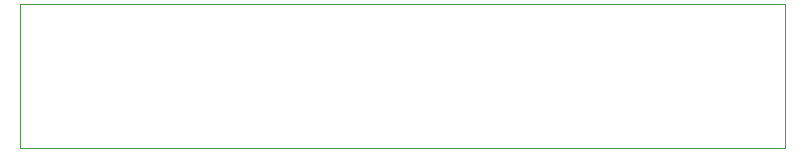
<source format=gbr>
%TF.GenerationSoftware,KiCad,Pcbnew,7.0.9*%
%TF.CreationDate,2023-12-22T19:30:16+01:00*%
%TF.ProjectId,Prj_4_Feranec_Controller,50726a5f-345f-4466-9572-616e65635f43,rev?*%
%TF.SameCoordinates,Original*%
%TF.FileFunction,Profile,NP*%
%FSLAX46Y46*%
G04 Gerber Fmt 4.6, Leading zero omitted, Abs format (unit mm)*
G04 Created by KiCad (PCBNEW 7.0.9) date 2023-12-22 19:30:16*
%MOMM*%
%LPD*%
G01*
G04 APERTURE LIST*
%TA.AperFunction,Profile*%
%ADD10C,0.100000*%
%TD*%
G04 APERTURE END LIST*
D10*
X134000000Y-56437000D02*
X198794000Y-56437000D01*
X198794000Y-68580000D01*
X134000000Y-68580000D01*
X134000000Y-56437000D01*
M02*

</source>
